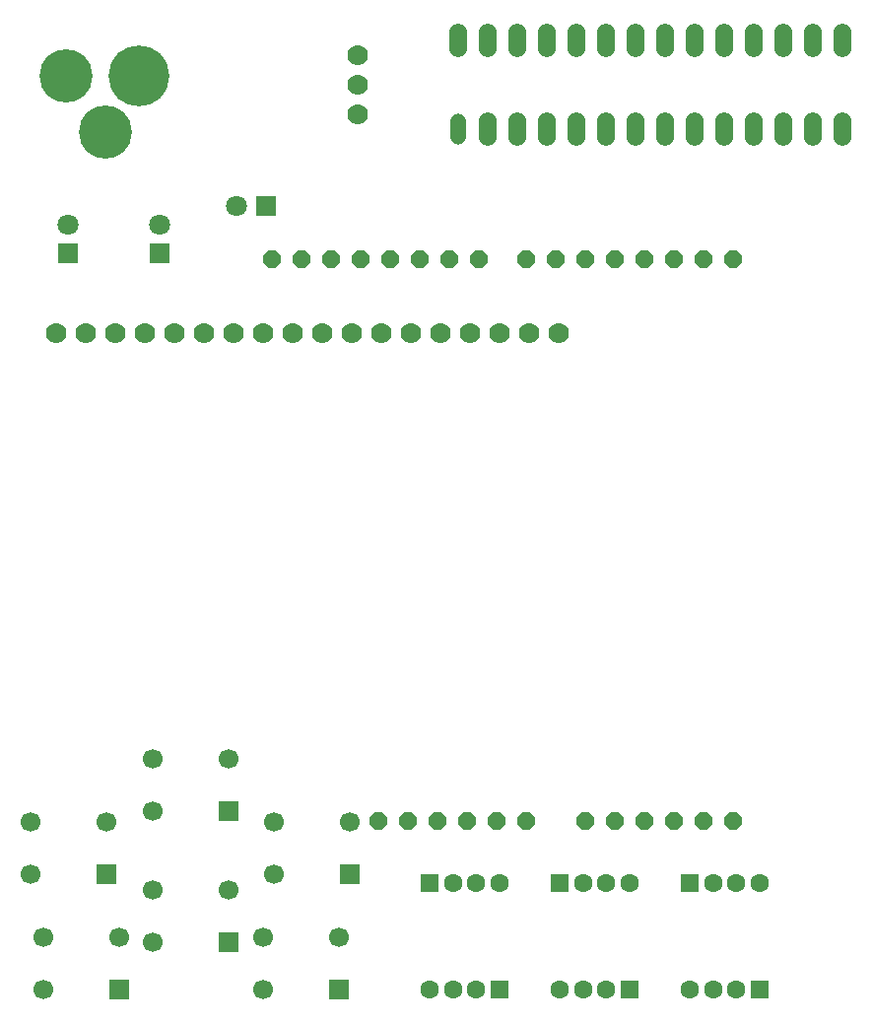
<source format=gbr>
G04 DipTrace 3.3.1.3*
G04 BottomMask.gbr*
%MOIN*%
G04 #@! TF.FileFunction,Soldermask,Bot*
G04 #@! TF.Part,Single*
%AMOUTLINE0*
4,1,20,
-0.02608,0.026058,
-0.024514,0.034979,
-0.019993,0.042827,
-0.013059,0.048655,
-0.004551,0.05176,
0.004507,0.051768,
0.01302,0.048677,
0.019963,0.042861,
0.0245,0.035021,
0.02608,0.026102,
0.02608,-0.026058,
0.024514,-0.034979,
0.019993,-0.042827,
0.013059,-0.048655,
0.004551,-0.05176,
-0.004507,-0.051768,
-0.01302,-0.048677,
-0.019963,-0.042861,
-0.0245,-0.035021,
-0.02608,-0.026102,
-0.02608,0.026058,
0*%
%AMOUTLINE1*
4,1,20,
-0.03002,0.026401,
-0.028275,0.036344,
-0.02306,0.045396,
-0.015062,0.052118,
-0.005249,0.055699,
0.005198,0.055708,
0.015017,0.052144,
0.023026,0.045435,
0.028258,0.036393,
0.03002,0.026449,
0.03002,-0.026401,
0.028275,-0.036344,
0.02306,-0.045396,
0.015062,-0.052118,
0.005249,-0.055699,
-0.005198,-0.055708,
-0.015017,-0.052144,
-0.023026,-0.045435,
-0.028258,-0.036393,
-0.03002,-0.026449,
-0.03002,0.026401,
0*%
%AMOUTLINE3*
4,1,8,
0.030488,-0.012629,
0.012629,-0.030488,
-0.012629,-0.030488,
-0.030488,-0.012629,
-0.030488,0.012629,
-0.012629,0.030488,
0.012629,0.030488,
0.030488,0.012629,
0.030488,-0.012629,
0*%
%ADD25C,0.07*%
%ADD26R,0.066929X0.066929*%
%ADD27C,0.066929*%
%ADD29C,0.205354*%
%ADD30C,0.179685*%
%ADD52C,0.070872*%
%ADD54C,0.070872*%
%ADD56R,0.070872X0.070872*%
%ADD58C,0.062998*%
%ADD60R,0.062998X0.062998*%
%ADD65OUTLINE0*%
%ADD66OUTLINE1*%
%ADD68OUTLINE3*%
%FSLAX26Y26*%
G04*
G70*
G90*
G75*
G01*
G04 BotMask*
%LPD*%
D60*
X2133700Y485432D3*
D58*
X2054960D3*
X1976220D3*
X1897480D3*
D60*
Y843700D3*
D58*
X1976220D3*
X2054960D3*
X2133700D3*
D56*
X1343700Y3133700D3*
D54*
X1243700D3*
D60*
X2573700Y485432D3*
D58*
X2494960D3*
X2416220D3*
X2337480D3*
D60*
Y843700D3*
D58*
X2416220D3*
X2494960D3*
X2573700D3*
D60*
X3013700Y485432D3*
D58*
X2934960D3*
X2856220D3*
X2777480D3*
D60*
Y843700D3*
D58*
X2856220D3*
X2934960D3*
X3013700D3*
D56*
X983700Y2973700D3*
D52*
Y3072125D3*
D56*
X673700Y2973700D3*
D52*
Y3072125D3*
D65*
X1993700Y3393700D3*
D66*
X2093700D3*
X2193700D3*
X2293700D3*
X2393700D3*
X2493700D3*
X2593700D3*
X2693700D3*
X2793700D3*
X2893700D3*
X2993700D3*
X3093700D3*
X3193700D3*
X3293700D3*
Y3693700D3*
X3193700D3*
X3093700D3*
X2993700D3*
X2893700D3*
X2793700D3*
X2693700D3*
X2593700D3*
X2493700D3*
X2393700D3*
X2293700D3*
X2193700D3*
X2093700D3*
X1993700D3*
D68*
X2523700Y2953700D3*
X2423700Y1053700D3*
X2623700Y2953700D3*
X2723700D3*
X2823700D3*
X2923700D3*
X2423700D3*
X2323700D3*
X2223700D3*
X2063700D3*
X1963700D3*
X1863700D3*
X1763700D3*
X1663700D3*
X1563700D3*
X1463700D3*
X1363700D3*
X2523700Y1053700D3*
X2623700D3*
X2723700D3*
X2823700D3*
X2923700D3*
X2223700D3*
X2123700D3*
X2023700D3*
X1923700D3*
X1823700D3*
X1723700D3*
D25*
X634015Y2704172D3*
X734015D3*
X834015D3*
X934015D3*
X1034015D3*
X1134015D3*
X1234015D3*
X1334015D3*
X1434015D3*
X1534015D3*
X1634015D3*
X1734015D3*
X1834015D3*
X1934015D3*
X2034015D3*
X2134015D3*
X2234015D3*
X2334015D3*
X1653700Y3543700D3*
Y3443700D3*
Y3643700D3*
D26*
X803700Y873700D3*
D27*
Y1050865D3*
X547794D3*
Y873700D3*
D26*
X1626535D3*
D27*
Y1050865D3*
X1370629D3*
Y873700D3*
D26*
X1216535Y1087794D3*
D27*
Y1264960D3*
X960629D3*
Y1087794D3*
D26*
X1216535Y643700D3*
D27*
Y820865D3*
X960629D3*
Y643700D3*
D26*
X846535Y483700D3*
D27*
Y660865D3*
X590629D3*
Y483700D3*
D29*
X913700Y3573700D3*
D30*
X667637D3*
X801495Y3384724D3*
D26*
X1589369Y483700D3*
D27*
Y660865D3*
X1333464D3*
Y483700D3*
M02*

</source>
